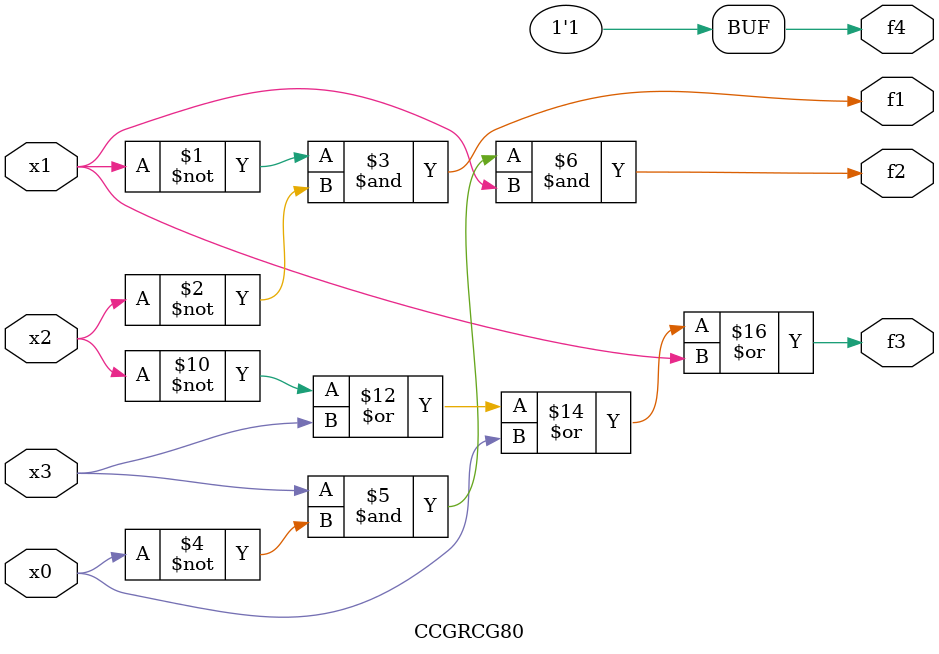
<source format=v>

module CCGRCG80 ( 
    x0, x1, x2, x3,
    f1, f2, f3, f4  );
  input  x0, x1, x2, x3;
  output f1, f2, f3, f4;
  wire new_n11_, new_n12_, new_n13_;
  assign f1 = ~x1 & ~x2;
  assign f2 = x3 & ~x0 & x1;
  assign new_n11_ = ~x0;
  assign new_n12_ = ~x1;
  assign new_n13_ = ~x3;
  assign f3 = ~x2 | ~new_n13_ | ~new_n11_ | ~new_n12_;
  assign f4 = 1'b1;
endmodule



</source>
